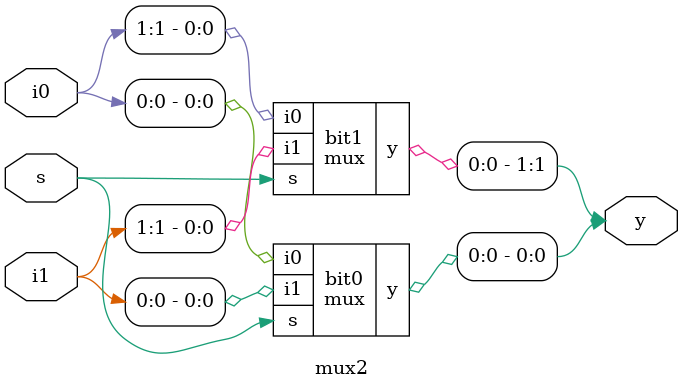
<source format=v>
module mux (y,s,i1,i0); 
input i1,i0,s; 
output y; 
wire sbar,p1,p2,y; 
not G1 (sbar,s); 
and G2 (p1,sbar,i0); 
and G3 (p2,s,i1); 
or G4 (y,p1,p2); 
endmodule 

module mux2 (y,s,i1,i0);
input [1:0]i1,i0;
output  [1:0]y;
input s;

mux bit0(y[0],s,i1[0],i0[0]);
mux bit1(y[1],s,i1[1],i0[1]);

endmodule
</source>
